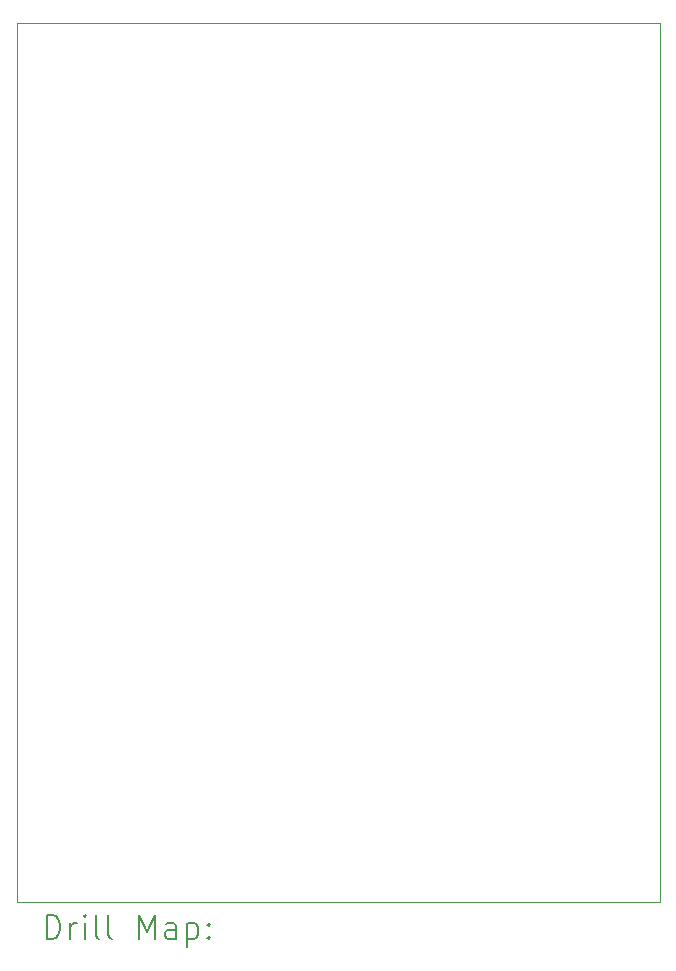
<source format=gbr>
%TF.GenerationSoftware,KiCad,Pcbnew,(6.0.9)*%
%TF.CreationDate,2022-12-19T18:13:20-06:00*%
%TF.ProjectId,clock_module,636c6f63-6b5f-46d6-9f64-756c652e6b69,rev?*%
%TF.SameCoordinates,Original*%
%TF.FileFunction,Drillmap*%
%TF.FilePolarity,Positive*%
%FSLAX45Y45*%
G04 Gerber Fmt 4.5, Leading zero omitted, Abs format (unit mm)*
G04 Created by KiCad (PCBNEW (6.0.9)) date 2022-12-19 18:13:20*
%MOMM*%
%LPD*%
G01*
G04 APERTURE LIST*
%ADD10C,0.100000*%
%ADD11C,0.200000*%
G04 APERTURE END LIST*
D10*
X17843500Y-14051280D02*
X12397740Y-14051280D01*
X12397740Y-14051280D02*
X12397740Y-6616700D01*
X12397740Y-6616700D02*
X17843500Y-6616700D01*
X17843500Y-6616700D02*
X17843500Y-14051280D01*
D11*
X12650359Y-14366756D02*
X12650359Y-14166756D01*
X12697978Y-14166756D01*
X12726549Y-14176280D01*
X12745597Y-14195328D01*
X12755121Y-14214375D01*
X12764645Y-14252470D01*
X12764645Y-14281042D01*
X12755121Y-14319137D01*
X12745597Y-14338185D01*
X12726549Y-14357232D01*
X12697978Y-14366756D01*
X12650359Y-14366756D01*
X12850359Y-14366756D02*
X12850359Y-14233423D01*
X12850359Y-14271518D02*
X12859883Y-14252470D01*
X12869407Y-14242947D01*
X12888454Y-14233423D01*
X12907502Y-14233423D01*
X12974168Y-14366756D02*
X12974168Y-14233423D01*
X12974168Y-14166756D02*
X12964645Y-14176280D01*
X12974168Y-14185804D01*
X12983692Y-14176280D01*
X12974168Y-14166756D01*
X12974168Y-14185804D01*
X13097978Y-14366756D02*
X13078930Y-14357232D01*
X13069407Y-14338185D01*
X13069407Y-14166756D01*
X13202740Y-14366756D02*
X13183692Y-14357232D01*
X13174168Y-14338185D01*
X13174168Y-14166756D01*
X13431311Y-14366756D02*
X13431311Y-14166756D01*
X13497978Y-14309613D01*
X13564645Y-14166756D01*
X13564645Y-14366756D01*
X13745597Y-14366756D02*
X13745597Y-14261994D01*
X13736073Y-14242947D01*
X13717026Y-14233423D01*
X13678930Y-14233423D01*
X13659883Y-14242947D01*
X13745597Y-14357232D02*
X13726549Y-14366756D01*
X13678930Y-14366756D01*
X13659883Y-14357232D01*
X13650359Y-14338185D01*
X13650359Y-14319137D01*
X13659883Y-14300089D01*
X13678930Y-14290566D01*
X13726549Y-14290566D01*
X13745597Y-14281042D01*
X13840835Y-14233423D02*
X13840835Y-14433423D01*
X13840835Y-14242947D02*
X13859883Y-14233423D01*
X13897978Y-14233423D01*
X13917026Y-14242947D01*
X13926549Y-14252470D01*
X13936073Y-14271518D01*
X13936073Y-14328661D01*
X13926549Y-14347708D01*
X13917026Y-14357232D01*
X13897978Y-14366756D01*
X13859883Y-14366756D01*
X13840835Y-14357232D01*
X14021788Y-14347708D02*
X14031311Y-14357232D01*
X14021788Y-14366756D01*
X14012264Y-14357232D01*
X14021788Y-14347708D01*
X14021788Y-14366756D01*
X14021788Y-14242947D02*
X14031311Y-14252470D01*
X14021788Y-14261994D01*
X14012264Y-14252470D01*
X14021788Y-14242947D01*
X14021788Y-14261994D01*
M02*

</source>
